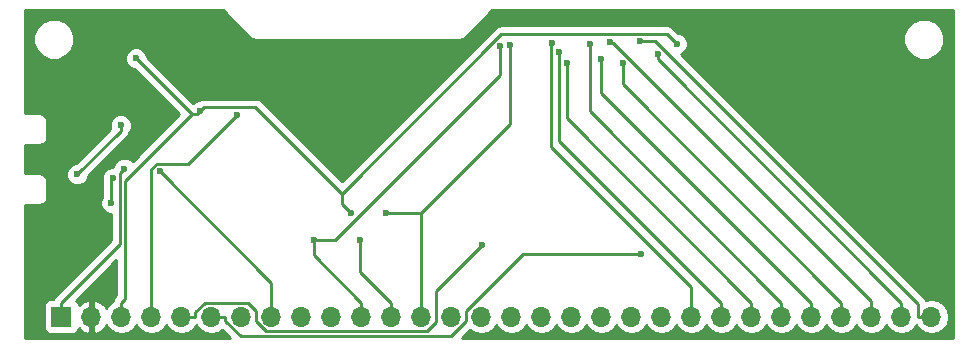
<source format=gbl>
G04 #@! TF.FileFunction,Copper,L2,Bot,Signal*
%FSLAX46Y46*%
G04 Gerber Fmt 4.6, Leading zero omitted, Abs format (unit mm)*
G04 Created by KiCad (PCBNEW 4.0.7) date Sun Nov 12 16:40:09 2017*
%MOMM*%
%LPD*%
G01*
G04 APERTURE LIST*
%ADD10C,0.100000*%
%ADD11R,1.700000X1.700000*%
%ADD12O,1.700000X1.700000*%
%ADD13C,0.600000*%
%ADD14C,0.250000*%
%ADD15C,0.254000*%
G04 APERTURE END LIST*
D10*
D11*
X77470000Y-170180000D03*
D12*
X80010000Y-170180000D03*
X82550000Y-170180000D03*
X85090000Y-170180000D03*
X87630000Y-170180000D03*
X90170000Y-170180000D03*
X92710000Y-170180000D03*
X95250000Y-170180000D03*
X97790000Y-170180000D03*
X100330000Y-170180000D03*
X102870000Y-170180000D03*
X105410000Y-170180000D03*
X107950000Y-170180000D03*
X110490000Y-170180000D03*
X113030000Y-170180000D03*
X115570000Y-170180000D03*
X118110000Y-170180000D03*
X120650000Y-170180000D03*
X123190000Y-170180000D03*
X125730000Y-170180000D03*
X128270000Y-170180000D03*
X130810000Y-170180000D03*
X133350000Y-170180000D03*
X135890000Y-170180000D03*
X138430000Y-170180000D03*
X140970000Y-170180000D03*
X143510000Y-170180000D03*
X146050000Y-170180000D03*
X148590000Y-170180000D03*
X151130000Y-170180000D03*
D13*
X89217400Y-152772700D03*
X83782800Y-148314500D03*
X101988800Y-161427300D03*
X129549900Y-147079800D03*
X82806500Y-157651900D03*
X81813400Y-158461900D03*
X81698400Y-160570700D03*
X78806900Y-158145000D03*
X82482300Y-153993000D03*
X92316900Y-153112500D03*
X113100200Y-164144200D03*
X126530800Y-164880300D03*
X85805500Y-157875900D03*
X98840900Y-163670900D03*
X114574700Y-147287700D03*
X102775800Y-163685500D03*
X104936300Y-161371200D03*
X115452000Y-147191500D03*
X119000700Y-146982300D03*
X119621600Y-147773300D03*
X120254100Y-148676500D03*
X122189000Y-147104500D03*
X123182000Y-148376000D03*
X124983500Y-148707100D03*
X123923200Y-146948000D03*
X127969400Y-147977400D03*
X126489700Y-146880300D03*
D14*
X88929900Y-153060200D02*
X89217400Y-152772700D01*
X88528500Y-153060200D02*
X88929900Y-153060200D01*
X88528500Y-153060200D02*
X83782800Y-148314500D01*
X82550000Y-170180000D02*
X82550000Y-169004700D01*
X82894400Y-158694300D02*
X88528500Y-153060200D01*
X82894400Y-168660300D02*
X82894400Y-158694300D01*
X82550000Y-169004700D02*
X82894400Y-168660300D01*
X89514100Y-152476000D02*
X89217400Y-152772700D01*
X93875700Y-152476000D02*
X89514100Y-152476000D01*
X101188900Y-159789200D02*
X93875700Y-152476000D01*
X114724100Y-146254000D02*
X101188900Y-159789200D01*
X128724100Y-146254000D02*
X114724100Y-146254000D01*
X129549900Y-147079800D02*
X128724100Y-146254000D01*
X101188900Y-160627400D02*
X101988800Y-161427300D01*
X101188900Y-159789200D02*
X101188900Y-160627400D01*
X77470000Y-170180000D02*
X77470000Y-169004700D01*
X82444100Y-158014300D02*
X82806500Y-157651900D01*
X82444100Y-164030600D02*
X82444100Y-158014300D01*
X77470000Y-169004700D02*
X82444100Y-164030600D01*
X81698400Y-158576900D02*
X81813400Y-158461900D01*
X81698400Y-160570700D02*
X81698400Y-158576900D01*
X82482300Y-154469600D02*
X78806900Y-158145000D01*
X82482300Y-153993000D02*
X82482300Y-154469600D01*
X85090000Y-170180000D02*
X85090000Y-169004700D01*
X85090000Y-157707100D02*
X85090000Y-169004700D01*
X85546500Y-157250600D02*
X85090000Y-157707100D01*
X88178800Y-157250600D02*
X85546500Y-157250600D01*
X92316900Y-153112500D02*
X88178800Y-157250600D01*
X88805300Y-169812600D02*
X88805300Y-170180000D01*
X89613200Y-169004700D02*
X88805300Y-169812600D01*
X93287800Y-169004700D02*
X89613200Y-169004700D01*
X93980000Y-169696900D02*
X93287800Y-169004700D01*
X93980000Y-170587200D02*
X93980000Y-169696900D01*
X94795400Y-171402600D02*
X93980000Y-170587200D01*
X108444200Y-171402600D02*
X94795400Y-171402600D01*
X109220000Y-170626800D02*
X108444200Y-171402600D01*
X109220000Y-168024400D02*
X109220000Y-170626800D01*
X113100200Y-164144200D02*
X109220000Y-168024400D01*
X87630000Y-170180000D02*
X88805300Y-170180000D01*
X90170000Y-170180000D02*
X91345300Y-170180000D01*
X116570700Y-164880300D02*
X126530800Y-164880300D01*
X111760000Y-169691000D02*
X116570700Y-164880300D01*
X111760000Y-170573600D02*
X111760000Y-169691000D01*
X110480600Y-171853000D02*
X111760000Y-170573600D01*
X92651000Y-171853000D02*
X110480600Y-171853000D01*
X91345300Y-170547300D02*
X92651000Y-171853000D01*
X91345300Y-170180000D02*
X91345300Y-170547300D01*
X95250000Y-167320400D02*
X85805500Y-157875900D01*
X95250000Y-170180000D02*
X95250000Y-167320400D01*
X102870000Y-170180000D02*
X102870000Y-169004700D01*
X98840900Y-164975600D02*
X98840900Y-163670900D01*
X102870000Y-169004700D02*
X98840900Y-164975600D01*
X100653500Y-163670900D02*
X98840900Y-163670900D01*
X114574700Y-149749700D02*
X100653500Y-163670900D01*
X114574700Y-147287700D02*
X114574700Y-149749700D01*
X105410000Y-170180000D02*
X105410000Y-169004700D01*
X102775800Y-166370500D02*
X102775800Y-163685500D01*
X105410000Y-169004700D02*
X102775800Y-166370500D01*
X115452000Y-153869200D02*
X107950000Y-161371200D01*
X115452000Y-147191500D02*
X115452000Y-153869200D01*
X107950000Y-170180000D02*
X107950000Y-161371200D01*
X107950000Y-161371200D02*
X104936300Y-161371200D01*
X130810000Y-167679500D02*
X130810000Y-170180000D01*
X118949900Y-155819400D02*
X130810000Y-167679500D01*
X118949900Y-147033100D02*
X118949900Y-155819400D01*
X119000700Y-146982300D02*
X118949900Y-147033100D01*
X133350000Y-170180000D02*
X133350000Y-169004700D01*
X119621600Y-155276300D02*
X119621600Y-147773300D01*
X133350000Y-169004700D02*
X119621600Y-155276300D01*
X135890000Y-170180000D02*
X135890000Y-169004700D01*
X120254100Y-153368800D02*
X120254100Y-148676500D01*
X135890000Y-169004700D02*
X120254100Y-153368800D01*
X138430000Y-170180000D02*
X138430000Y-169004700D01*
X122189000Y-152763700D02*
X122189000Y-147104500D01*
X138430000Y-169004700D02*
X122189000Y-152763700D01*
X140970000Y-170180000D02*
X140970000Y-169004700D01*
X123182000Y-151216700D02*
X123182000Y-148376000D01*
X140970000Y-169004700D02*
X123182000Y-151216700D01*
X143510000Y-170180000D02*
X143510000Y-169004700D01*
X124983500Y-150478200D02*
X124983500Y-148707100D01*
X143510000Y-169004700D02*
X124983500Y-150478200D01*
X146050000Y-170180000D02*
X146050000Y-169004700D01*
X123990900Y-147015700D02*
X123923200Y-146948000D01*
X123990900Y-147015800D02*
X123990900Y-147015700D01*
X124176600Y-147015800D02*
X123990900Y-147015800D01*
X146050000Y-168889200D02*
X124176600Y-147015800D01*
X146050000Y-169004700D02*
X146050000Y-168889200D01*
X148590000Y-170180000D02*
X148590000Y-169004700D01*
X127969400Y-148384100D02*
X127969400Y-147977400D01*
X148590000Y-169004700D02*
X127969400Y-148384100D01*
X151130000Y-170180000D02*
X149954700Y-170180000D01*
X149954700Y-169078100D02*
X149954700Y-170180000D01*
X127756900Y-146880300D02*
X149954700Y-169078100D01*
X126489700Y-146880300D02*
X127756900Y-146880300D01*
D15*
G36*
X93477952Y-146552043D02*
X93477954Y-146552046D01*
X93708295Y-146705954D01*
X93980000Y-146760000D01*
X111125000Y-146760000D01*
X111396705Y-146705954D01*
X111627046Y-146552046D01*
X111627047Y-146552045D01*
X113959091Y-144220000D01*
X152960000Y-144220000D01*
X152960000Y-172010000D01*
X111398402Y-172010000D01*
X112081439Y-171326963D01*
X112461715Y-171581054D01*
X113030000Y-171694093D01*
X113598285Y-171581054D01*
X114080054Y-171259147D01*
X114300000Y-170929974D01*
X114519946Y-171259147D01*
X115001715Y-171581054D01*
X115570000Y-171694093D01*
X116138285Y-171581054D01*
X116620054Y-171259147D01*
X116840000Y-170929974D01*
X117059946Y-171259147D01*
X117541715Y-171581054D01*
X118110000Y-171694093D01*
X118678285Y-171581054D01*
X119160054Y-171259147D01*
X119380000Y-170929974D01*
X119599946Y-171259147D01*
X120081715Y-171581054D01*
X120650000Y-171694093D01*
X121218285Y-171581054D01*
X121700054Y-171259147D01*
X121920000Y-170929974D01*
X122139946Y-171259147D01*
X122621715Y-171581054D01*
X123190000Y-171694093D01*
X123758285Y-171581054D01*
X124240054Y-171259147D01*
X124460000Y-170929974D01*
X124679946Y-171259147D01*
X125161715Y-171581054D01*
X125730000Y-171694093D01*
X126298285Y-171581054D01*
X126780054Y-171259147D01*
X127000000Y-170929974D01*
X127219946Y-171259147D01*
X127701715Y-171581054D01*
X128270000Y-171694093D01*
X128838285Y-171581054D01*
X129320054Y-171259147D01*
X129540000Y-170929974D01*
X129759946Y-171259147D01*
X130241715Y-171581054D01*
X130810000Y-171694093D01*
X131378285Y-171581054D01*
X131860054Y-171259147D01*
X132080000Y-170929974D01*
X132299946Y-171259147D01*
X132781715Y-171581054D01*
X133350000Y-171694093D01*
X133918285Y-171581054D01*
X134400054Y-171259147D01*
X134620000Y-170929974D01*
X134839946Y-171259147D01*
X135321715Y-171581054D01*
X135890000Y-171694093D01*
X136458285Y-171581054D01*
X136940054Y-171259147D01*
X137160000Y-170929974D01*
X137379946Y-171259147D01*
X137861715Y-171581054D01*
X138430000Y-171694093D01*
X138998285Y-171581054D01*
X139480054Y-171259147D01*
X139700000Y-170929974D01*
X139919946Y-171259147D01*
X140401715Y-171581054D01*
X140970000Y-171694093D01*
X141538285Y-171581054D01*
X142020054Y-171259147D01*
X142240000Y-170929974D01*
X142459946Y-171259147D01*
X142941715Y-171581054D01*
X143510000Y-171694093D01*
X144078285Y-171581054D01*
X144560054Y-171259147D01*
X144780000Y-170929974D01*
X144999946Y-171259147D01*
X145481715Y-171581054D01*
X146050000Y-171694093D01*
X146618285Y-171581054D01*
X147100054Y-171259147D01*
X147320000Y-170929974D01*
X147539946Y-171259147D01*
X148021715Y-171581054D01*
X148590000Y-171694093D01*
X149158285Y-171581054D01*
X149640054Y-171259147D01*
X149860000Y-170929974D01*
X150079946Y-171259147D01*
X150561715Y-171581054D01*
X151130000Y-171694093D01*
X151698285Y-171581054D01*
X152180054Y-171259147D01*
X152501961Y-170777378D01*
X152615000Y-170209093D01*
X152615000Y-170150907D01*
X152501961Y-169582622D01*
X152180054Y-169100853D01*
X151698285Y-168778946D01*
X151130000Y-168665907D01*
X150640783Y-168763218D01*
X150492101Y-168540699D01*
X129898737Y-147947335D01*
X130078843Y-147872917D01*
X130342092Y-147610127D01*
X130484738Y-147266599D01*
X130484945Y-147028599D01*
X148759699Y-147028599D01*
X149023281Y-147666515D01*
X149510918Y-148155004D01*
X150148373Y-148419699D01*
X150838599Y-148420301D01*
X151476515Y-148156719D01*
X151965004Y-147669082D01*
X152229699Y-147031627D01*
X152230301Y-146341401D01*
X151966719Y-145703485D01*
X151479082Y-145214996D01*
X150841627Y-144950301D01*
X150151401Y-144949699D01*
X149513485Y-145213281D01*
X149024996Y-145700918D01*
X148760301Y-146338373D01*
X148759699Y-147028599D01*
X130484945Y-147028599D01*
X130485062Y-146894633D01*
X130343017Y-146550857D01*
X130080227Y-146287608D01*
X129736699Y-146144962D01*
X129689823Y-146144921D01*
X129261501Y-145716599D01*
X129014939Y-145551852D01*
X128724100Y-145494000D01*
X114724100Y-145494000D01*
X114481514Y-145542254D01*
X114433260Y-145551852D01*
X114186699Y-145716599D01*
X101188900Y-158714398D01*
X94413101Y-151938599D01*
X94166539Y-151773852D01*
X93875700Y-151716000D01*
X89514100Y-151716000D01*
X89223261Y-151773852D01*
X89127823Y-151837621D01*
X89032233Y-151837538D01*
X88688457Y-151979583D01*
X88605499Y-152062397D01*
X84717922Y-148174820D01*
X84717962Y-148129333D01*
X84575917Y-147785557D01*
X84313127Y-147522308D01*
X83969599Y-147379662D01*
X83597633Y-147379338D01*
X83253857Y-147521383D01*
X82990608Y-147784173D01*
X82847962Y-148127701D01*
X82847638Y-148499667D01*
X82989683Y-148843443D01*
X83252473Y-149106692D01*
X83596001Y-149249338D01*
X83642877Y-149249379D01*
X87453698Y-153060200D01*
X83495370Y-157018528D01*
X83336827Y-156859708D01*
X82993299Y-156717062D01*
X82621333Y-156716738D01*
X82277557Y-156858783D01*
X82014308Y-157121573D01*
X81871662Y-157465101D01*
X81871608Y-157526950D01*
X81628233Y-157526738D01*
X81284457Y-157668783D01*
X81021208Y-157931573D01*
X80878562Y-158275101D01*
X80878238Y-158647067D01*
X80938400Y-158792671D01*
X80938400Y-160008237D01*
X80906208Y-160040373D01*
X80763562Y-160383901D01*
X80763238Y-160755867D01*
X80905283Y-161099643D01*
X81168073Y-161362892D01*
X81511601Y-161505538D01*
X81684100Y-161505688D01*
X81684100Y-163715798D01*
X76932599Y-168467299D01*
X76788767Y-168682560D01*
X76620000Y-168682560D01*
X76384683Y-168726838D01*
X76168559Y-168865910D01*
X76023569Y-169078110D01*
X75972560Y-169330000D01*
X75972560Y-171030000D01*
X76016838Y-171265317D01*
X76155910Y-171481441D01*
X76368110Y-171626431D01*
X76620000Y-171677440D01*
X78320000Y-171677440D01*
X78555317Y-171633162D01*
X78771441Y-171494090D01*
X78916431Y-171281890D01*
X78938301Y-171173893D01*
X79243076Y-171451645D01*
X79653110Y-171621476D01*
X79883000Y-171500155D01*
X79883000Y-170307000D01*
X79863000Y-170307000D01*
X79863000Y-170053000D01*
X79883000Y-170053000D01*
X79883000Y-168859845D01*
X79653110Y-168738524D01*
X79243076Y-168908355D01*
X78940063Y-169184501D01*
X78923162Y-169094683D01*
X78784090Y-168878559D01*
X78716871Y-168832631D01*
X82134400Y-165415102D01*
X82134400Y-168345498D01*
X82012599Y-168467299D01*
X81847852Y-168713861D01*
X81812402Y-168892077D01*
X81499946Y-169100853D01*
X81272298Y-169441553D01*
X81205183Y-169298642D01*
X80776924Y-168908355D01*
X80366890Y-168738524D01*
X80137000Y-168859845D01*
X80137000Y-170053000D01*
X80157000Y-170053000D01*
X80157000Y-170307000D01*
X80137000Y-170307000D01*
X80137000Y-171500155D01*
X80366890Y-171621476D01*
X80776924Y-171451645D01*
X81205183Y-171061358D01*
X81272298Y-170918447D01*
X81499946Y-171259147D01*
X81981715Y-171581054D01*
X82550000Y-171694093D01*
X83118285Y-171581054D01*
X83600054Y-171259147D01*
X83820000Y-170929974D01*
X84039946Y-171259147D01*
X84521715Y-171581054D01*
X85090000Y-171694093D01*
X85658285Y-171581054D01*
X86140054Y-171259147D01*
X86360000Y-170929974D01*
X86579946Y-171259147D01*
X87061715Y-171581054D01*
X87630000Y-171694093D01*
X88198285Y-171581054D01*
X88680054Y-171259147D01*
X88900000Y-170929974D01*
X89119946Y-171259147D01*
X89601715Y-171581054D01*
X90170000Y-171694093D01*
X90738285Y-171581054D01*
X91077558Y-171354360D01*
X91733198Y-172010000D01*
X74370000Y-172010000D01*
X74370000Y-160730000D01*
X75565000Y-160730000D01*
X75836705Y-160675954D01*
X76067046Y-160522046D01*
X76220954Y-160291705D01*
X76275000Y-160020000D01*
X76275000Y-158750000D01*
X76220954Y-158478295D01*
X76121979Y-158330167D01*
X77871738Y-158330167D01*
X78013783Y-158673943D01*
X78276573Y-158937192D01*
X78620101Y-159079838D01*
X78992067Y-159080162D01*
X79335843Y-158938117D01*
X79599092Y-158675327D01*
X79741738Y-158331799D01*
X79741779Y-158284923D01*
X83019701Y-155007001D01*
X83184448Y-154760439D01*
X83220989Y-154576737D01*
X83274492Y-154523327D01*
X83417138Y-154179799D01*
X83417462Y-153807833D01*
X83275417Y-153464057D01*
X83012627Y-153200808D01*
X82669099Y-153058162D01*
X82297133Y-153057838D01*
X81953357Y-153199883D01*
X81690108Y-153462673D01*
X81547462Y-153806201D01*
X81547138Y-154178167D01*
X81591519Y-154285579D01*
X78667220Y-157209878D01*
X78621733Y-157209838D01*
X78277957Y-157351883D01*
X78014708Y-157614673D01*
X77872062Y-157958201D01*
X77871738Y-158330167D01*
X76121979Y-158330167D01*
X76067046Y-158247954D01*
X75836705Y-158094046D01*
X75565000Y-158040000D01*
X74370000Y-158040000D01*
X74370000Y-155650000D01*
X75565000Y-155650000D01*
X75836705Y-155595954D01*
X76067046Y-155442046D01*
X76220954Y-155211705D01*
X76275000Y-154940000D01*
X76275000Y-153670000D01*
X76220954Y-153398295D01*
X76067046Y-153167954D01*
X75836705Y-153014046D01*
X75565000Y-152960000D01*
X74370000Y-152960000D01*
X74370000Y-147028599D01*
X75099699Y-147028599D01*
X75363281Y-147666515D01*
X75850918Y-148155004D01*
X76488373Y-148419699D01*
X77178599Y-148420301D01*
X77816515Y-148156719D01*
X78305004Y-147669082D01*
X78569699Y-147031627D01*
X78570301Y-146341401D01*
X78306719Y-145703485D01*
X77819082Y-145214996D01*
X77181627Y-144950301D01*
X76491401Y-144949699D01*
X75853485Y-145213281D01*
X75364996Y-145700918D01*
X75100301Y-146338373D01*
X75099699Y-147028599D01*
X74370000Y-147028599D01*
X74370000Y-144220000D01*
X91145908Y-144220000D01*
X93477952Y-146552043D01*
X93477952Y-146552043D01*
G37*
X93477952Y-146552043D02*
X93477954Y-146552046D01*
X93708295Y-146705954D01*
X93980000Y-146760000D01*
X111125000Y-146760000D01*
X111396705Y-146705954D01*
X111627046Y-146552046D01*
X111627047Y-146552045D01*
X113959091Y-144220000D01*
X152960000Y-144220000D01*
X152960000Y-172010000D01*
X111398402Y-172010000D01*
X112081439Y-171326963D01*
X112461715Y-171581054D01*
X113030000Y-171694093D01*
X113598285Y-171581054D01*
X114080054Y-171259147D01*
X114300000Y-170929974D01*
X114519946Y-171259147D01*
X115001715Y-171581054D01*
X115570000Y-171694093D01*
X116138285Y-171581054D01*
X116620054Y-171259147D01*
X116840000Y-170929974D01*
X117059946Y-171259147D01*
X117541715Y-171581054D01*
X118110000Y-171694093D01*
X118678285Y-171581054D01*
X119160054Y-171259147D01*
X119380000Y-170929974D01*
X119599946Y-171259147D01*
X120081715Y-171581054D01*
X120650000Y-171694093D01*
X121218285Y-171581054D01*
X121700054Y-171259147D01*
X121920000Y-170929974D01*
X122139946Y-171259147D01*
X122621715Y-171581054D01*
X123190000Y-171694093D01*
X123758285Y-171581054D01*
X124240054Y-171259147D01*
X124460000Y-170929974D01*
X124679946Y-171259147D01*
X125161715Y-171581054D01*
X125730000Y-171694093D01*
X126298285Y-171581054D01*
X126780054Y-171259147D01*
X127000000Y-170929974D01*
X127219946Y-171259147D01*
X127701715Y-171581054D01*
X128270000Y-171694093D01*
X128838285Y-171581054D01*
X129320054Y-171259147D01*
X129540000Y-170929974D01*
X129759946Y-171259147D01*
X130241715Y-171581054D01*
X130810000Y-171694093D01*
X131378285Y-171581054D01*
X131860054Y-171259147D01*
X132080000Y-170929974D01*
X132299946Y-171259147D01*
X132781715Y-171581054D01*
X133350000Y-171694093D01*
X133918285Y-171581054D01*
X134400054Y-171259147D01*
X134620000Y-170929974D01*
X134839946Y-171259147D01*
X135321715Y-171581054D01*
X135890000Y-171694093D01*
X136458285Y-171581054D01*
X136940054Y-171259147D01*
X137160000Y-170929974D01*
X137379946Y-171259147D01*
X137861715Y-171581054D01*
X138430000Y-171694093D01*
X138998285Y-171581054D01*
X139480054Y-171259147D01*
X139700000Y-170929974D01*
X139919946Y-171259147D01*
X140401715Y-171581054D01*
X140970000Y-171694093D01*
X141538285Y-171581054D01*
X142020054Y-171259147D01*
X142240000Y-170929974D01*
X142459946Y-171259147D01*
X142941715Y-171581054D01*
X143510000Y-171694093D01*
X144078285Y-171581054D01*
X144560054Y-171259147D01*
X144780000Y-170929974D01*
X144999946Y-171259147D01*
X145481715Y-171581054D01*
X146050000Y-171694093D01*
X146618285Y-171581054D01*
X147100054Y-171259147D01*
X147320000Y-170929974D01*
X147539946Y-171259147D01*
X148021715Y-171581054D01*
X148590000Y-171694093D01*
X149158285Y-171581054D01*
X149640054Y-171259147D01*
X149860000Y-170929974D01*
X150079946Y-171259147D01*
X150561715Y-171581054D01*
X151130000Y-171694093D01*
X151698285Y-171581054D01*
X152180054Y-171259147D01*
X152501961Y-170777378D01*
X152615000Y-170209093D01*
X152615000Y-170150907D01*
X152501961Y-169582622D01*
X152180054Y-169100853D01*
X151698285Y-168778946D01*
X151130000Y-168665907D01*
X150640783Y-168763218D01*
X150492101Y-168540699D01*
X129898737Y-147947335D01*
X130078843Y-147872917D01*
X130342092Y-147610127D01*
X130484738Y-147266599D01*
X130484945Y-147028599D01*
X148759699Y-147028599D01*
X149023281Y-147666515D01*
X149510918Y-148155004D01*
X150148373Y-148419699D01*
X150838599Y-148420301D01*
X151476515Y-148156719D01*
X151965004Y-147669082D01*
X152229699Y-147031627D01*
X152230301Y-146341401D01*
X151966719Y-145703485D01*
X151479082Y-145214996D01*
X150841627Y-144950301D01*
X150151401Y-144949699D01*
X149513485Y-145213281D01*
X149024996Y-145700918D01*
X148760301Y-146338373D01*
X148759699Y-147028599D01*
X130484945Y-147028599D01*
X130485062Y-146894633D01*
X130343017Y-146550857D01*
X130080227Y-146287608D01*
X129736699Y-146144962D01*
X129689823Y-146144921D01*
X129261501Y-145716599D01*
X129014939Y-145551852D01*
X128724100Y-145494000D01*
X114724100Y-145494000D01*
X114481514Y-145542254D01*
X114433260Y-145551852D01*
X114186699Y-145716599D01*
X101188900Y-158714398D01*
X94413101Y-151938599D01*
X94166539Y-151773852D01*
X93875700Y-151716000D01*
X89514100Y-151716000D01*
X89223261Y-151773852D01*
X89127823Y-151837621D01*
X89032233Y-151837538D01*
X88688457Y-151979583D01*
X88605499Y-152062397D01*
X84717922Y-148174820D01*
X84717962Y-148129333D01*
X84575917Y-147785557D01*
X84313127Y-147522308D01*
X83969599Y-147379662D01*
X83597633Y-147379338D01*
X83253857Y-147521383D01*
X82990608Y-147784173D01*
X82847962Y-148127701D01*
X82847638Y-148499667D01*
X82989683Y-148843443D01*
X83252473Y-149106692D01*
X83596001Y-149249338D01*
X83642877Y-149249379D01*
X87453698Y-153060200D01*
X83495370Y-157018528D01*
X83336827Y-156859708D01*
X82993299Y-156717062D01*
X82621333Y-156716738D01*
X82277557Y-156858783D01*
X82014308Y-157121573D01*
X81871662Y-157465101D01*
X81871608Y-157526950D01*
X81628233Y-157526738D01*
X81284457Y-157668783D01*
X81021208Y-157931573D01*
X80878562Y-158275101D01*
X80878238Y-158647067D01*
X80938400Y-158792671D01*
X80938400Y-160008237D01*
X80906208Y-160040373D01*
X80763562Y-160383901D01*
X80763238Y-160755867D01*
X80905283Y-161099643D01*
X81168073Y-161362892D01*
X81511601Y-161505538D01*
X81684100Y-161505688D01*
X81684100Y-163715798D01*
X76932599Y-168467299D01*
X76788767Y-168682560D01*
X76620000Y-168682560D01*
X76384683Y-168726838D01*
X76168559Y-168865910D01*
X76023569Y-169078110D01*
X75972560Y-169330000D01*
X75972560Y-171030000D01*
X76016838Y-171265317D01*
X76155910Y-171481441D01*
X76368110Y-171626431D01*
X76620000Y-171677440D01*
X78320000Y-171677440D01*
X78555317Y-171633162D01*
X78771441Y-171494090D01*
X78916431Y-171281890D01*
X78938301Y-171173893D01*
X79243076Y-171451645D01*
X79653110Y-171621476D01*
X79883000Y-171500155D01*
X79883000Y-170307000D01*
X79863000Y-170307000D01*
X79863000Y-170053000D01*
X79883000Y-170053000D01*
X79883000Y-168859845D01*
X79653110Y-168738524D01*
X79243076Y-168908355D01*
X78940063Y-169184501D01*
X78923162Y-169094683D01*
X78784090Y-168878559D01*
X78716871Y-168832631D01*
X82134400Y-165415102D01*
X82134400Y-168345498D01*
X82012599Y-168467299D01*
X81847852Y-168713861D01*
X81812402Y-168892077D01*
X81499946Y-169100853D01*
X81272298Y-169441553D01*
X81205183Y-169298642D01*
X80776924Y-168908355D01*
X80366890Y-168738524D01*
X80137000Y-168859845D01*
X80137000Y-170053000D01*
X80157000Y-170053000D01*
X80157000Y-170307000D01*
X80137000Y-170307000D01*
X80137000Y-171500155D01*
X80366890Y-171621476D01*
X80776924Y-171451645D01*
X81205183Y-171061358D01*
X81272298Y-170918447D01*
X81499946Y-171259147D01*
X81981715Y-171581054D01*
X82550000Y-171694093D01*
X83118285Y-171581054D01*
X83600054Y-171259147D01*
X83820000Y-170929974D01*
X84039946Y-171259147D01*
X84521715Y-171581054D01*
X85090000Y-171694093D01*
X85658285Y-171581054D01*
X86140054Y-171259147D01*
X86360000Y-170929974D01*
X86579946Y-171259147D01*
X87061715Y-171581054D01*
X87630000Y-171694093D01*
X88198285Y-171581054D01*
X88680054Y-171259147D01*
X88900000Y-170929974D01*
X89119946Y-171259147D01*
X89601715Y-171581054D01*
X90170000Y-171694093D01*
X90738285Y-171581054D01*
X91077558Y-171354360D01*
X91733198Y-172010000D01*
X74370000Y-172010000D01*
X74370000Y-160730000D01*
X75565000Y-160730000D01*
X75836705Y-160675954D01*
X76067046Y-160522046D01*
X76220954Y-160291705D01*
X76275000Y-160020000D01*
X76275000Y-158750000D01*
X76220954Y-158478295D01*
X76121979Y-158330167D01*
X77871738Y-158330167D01*
X78013783Y-158673943D01*
X78276573Y-158937192D01*
X78620101Y-159079838D01*
X78992067Y-159080162D01*
X79335843Y-158938117D01*
X79599092Y-158675327D01*
X79741738Y-158331799D01*
X79741779Y-158284923D01*
X83019701Y-155007001D01*
X83184448Y-154760439D01*
X83220989Y-154576737D01*
X83274492Y-154523327D01*
X83417138Y-154179799D01*
X83417462Y-153807833D01*
X83275417Y-153464057D01*
X83012627Y-153200808D01*
X82669099Y-153058162D01*
X82297133Y-153057838D01*
X81953357Y-153199883D01*
X81690108Y-153462673D01*
X81547462Y-153806201D01*
X81547138Y-154178167D01*
X81591519Y-154285579D01*
X78667220Y-157209878D01*
X78621733Y-157209838D01*
X78277957Y-157351883D01*
X78014708Y-157614673D01*
X77872062Y-157958201D01*
X77871738Y-158330167D01*
X76121979Y-158330167D01*
X76067046Y-158247954D01*
X75836705Y-158094046D01*
X75565000Y-158040000D01*
X74370000Y-158040000D01*
X74370000Y-155650000D01*
X75565000Y-155650000D01*
X75836705Y-155595954D01*
X76067046Y-155442046D01*
X76220954Y-155211705D01*
X76275000Y-154940000D01*
X76275000Y-153670000D01*
X76220954Y-153398295D01*
X76067046Y-153167954D01*
X75836705Y-153014046D01*
X75565000Y-152960000D01*
X74370000Y-152960000D01*
X74370000Y-147028599D01*
X75099699Y-147028599D01*
X75363281Y-147666515D01*
X75850918Y-148155004D01*
X76488373Y-148419699D01*
X77178599Y-148420301D01*
X77816515Y-148156719D01*
X78305004Y-147669082D01*
X78569699Y-147031627D01*
X78570301Y-146341401D01*
X78306719Y-145703485D01*
X77819082Y-145214996D01*
X77181627Y-144950301D01*
X76491401Y-144949699D01*
X75853485Y-145213281D01*
X75364996Y-145700918D01*
X75100301Y-146338373D01*
X75099699Y-147028599D01*
X74370000Y-147028599D01*
X74370000Y-144220000D01*
X91145908Y-144220000D01*
X93477952Y-146552043D01*
M02*

</source>
